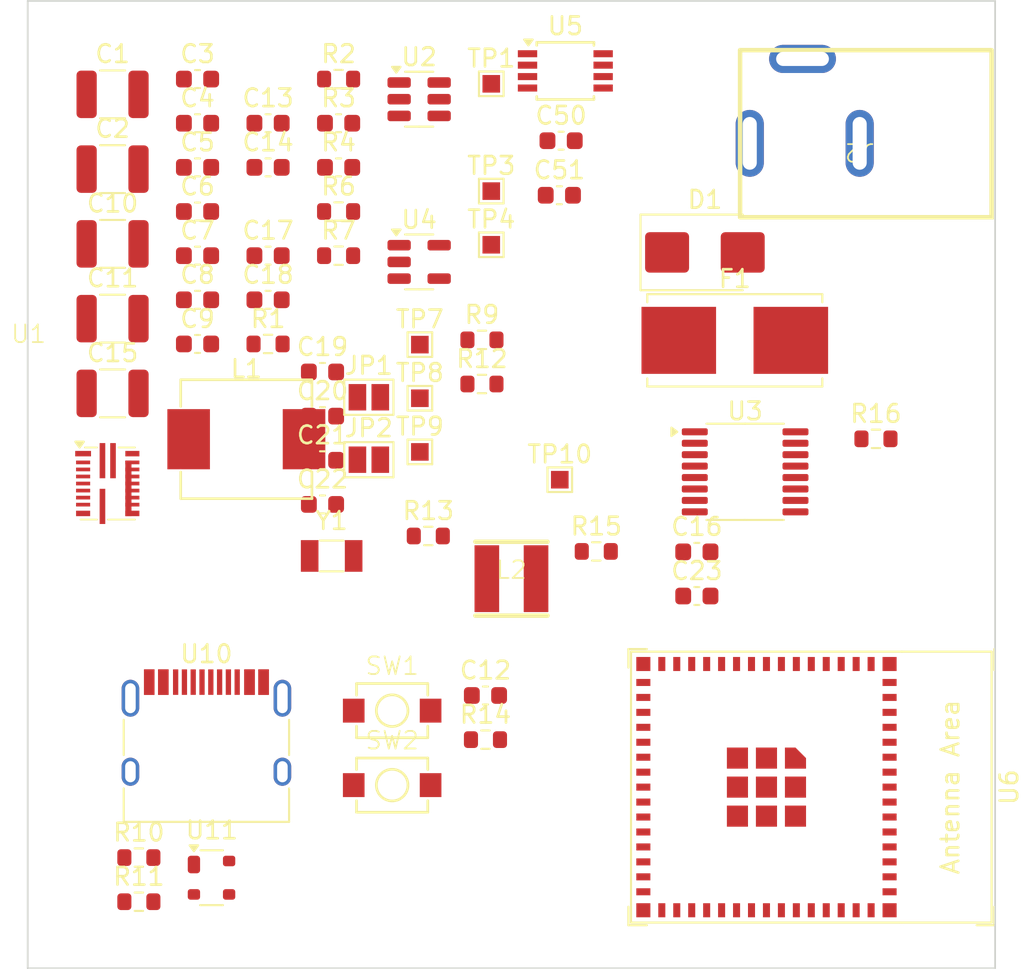
<source format=kicad_pcb>
(kicad_pcb (version 20240108) (generator "pcbnew") (generator_version "8.0")
  (layers (0 "F.Cu" signal) (31 "B.Cu" signal) (34 "B.Paste" user) (35 "F.Paste" user) (36 "B.SilkS" user "B.Silkscreen") (37 "F.SilkS" user "F.Silkscreen") (38 "B.Mask" user) (39 "F.Mask" user) (44 "Edge.Cuts" user))
  (net 0 "")
  (net 1 "/Power/+12V")
  (net 2 "GND")
  (net 3 "Net-(U1-VCC)")
  (net 4 "Net-(U1-SS{slash}REFIN)")
  (net 5 "Net-(U1-BOOT)")
  (net 6 "Net-(U1-SW)")
  (net 7 "Net-(JP1-A)")
  (net 8 "Net-(U2-SW)")
  (net 9 "Net-(U2-BOOT)")
  (net 10 "Net-(U2-FB)")
  (net 11 "Net-(JP2-B)")
  (net 12 "/MPU/XIN32")
  (net 13 "/MPU/XOUT32")
  (net 14 "Net-(U1-MODE)")
  (net 15 "Net-(U1-TRIP)")
  (net 16 "Net-(U1-FB)")
  (net 17 "/Power/Enable")
  (net 19 "/Power/+0V8")
  (net 20 "/IO/+1V2")
  (net 21 "/MPU/+3v3")
  (net 22 "/MPU/+1V2")
  (net 24 "/IO/RX")
  (net 25 "/IO/TX")
  (net 26 "/IO/RO")
  (net 27 "/IO/RST_N")
  (net 28 "/IO/RST")
  (net 29 "/IO/CI")
  (net 30 "/MPU/TX")
  (net 31 "/MPU/RST")
  (net 32 "/MPU/RX")
  (net 36 "/MPU/SCL")
  (net 40 "Net-(U10-CC2)")
  (net 42 "/MPU/SDA")
  (net 51 "/MPU/PGOOD")
  (net 56 "Net-(U10-CC1)")
  (net 58 "/MPU/Enable")
  (net 59 "Net-(U6-EN)")
  (net 62 "Net-(U6-GPIO0{slash}BOOT)")
  (net 67 "/IO/+3V3")
  (net 68 "/IO/FAN_PWM")
  (net 69 "/IO/TEMP_P")
  (net 70 "/IO/TEMP_N")
  (net 71 "/IO/SCL")
  (net 72 "/IO/FAN_TACH")
  (net 73 "/IO/SDA")
  (net 74 "Net-(F1-Pad1)")
  (net 75 "/MPU/USB-")
  (net 76 "/MPU/USB+")
  (net 77 "Net-(U6-GPIO2{slash}TOUCH2{slash}ADC1_CH1)")
  (net 78 "Net-(U10-VBUS-PadA4)")
  (footprint "TestPoint:TestPoint_Pad_1.0x1.0mm" (layer "F.Cu") (at 117.455 66.215)
    (property "Reference" "TP1" (at 0 -1.448 0) (layer "F.SilkS"))
    (property "Value" "+1.2V")
    (pad "1" smd rect (at 0 0) (size 1 1) (layers "F.Cu" "F.Mask") (net 7 "Net-(JP1-A)"))
  )
  (footprint "Package_TO_SOT_SMD:SOT-23-6" (layer "F.Cu") (at 113.355 67.09)
    (property "Reference" "U2" (at 0 -2.4 0) (layer "F.SilkS"))
    (property "Value" "TPS54202DDC")
    (pad "1" smd roundrect (at -1.1375 -0.95) (size 1.325 0.6) (layers "F.Cu" "F.Paste" "F.Mask") (net 2 "GND"))
    (pad "2" smd roundrect (at -1.1375 0) (size 1.325 0.6) (layers "F.Cu" "F.Paste" "F.Mask") (net 8 "Net-(U2-SW)"))
    (pad "3" smd roundrect (at -1.1375 0.95) (size 1.325 0.6) (layers "F.Cu" "F.Paste" "F.Mask") (net 1 "/Power/+12V"))
    (pad "4" smd roundrect (at 1.1375 0.95) (size 1.325 0.6) (layers "F.Cu" "F.Paste" "F.Mask") (net 10 "Net-(U2-FB)"))
    (pad "5" smd roundrect (at 1.1375 0) (size 1.325 0.6) (layers "F.Cu" "F.Paste" "F.Mask"))
    (pad "6" smd roundrect (at 1.1375 -0.95) (size 1.325 0.6) (layers "F.Cu" "F.Paste" "F.Mask") (net 9 "Net-(U2-BOOT)"))
  )
  (footprint "Resistor_SMD:R_0603_1608Metric" (layer "F.Cu") (at 108.775 73.475)
    (property "Reference" "R6" (at 0 -1.43 0) (layer "F.SilkS"))
    (property "Value" "10.7k/1%")
    (pad "1" smd roundrect (at -0.825 0) (size 0.8 0.95) (layers "F.Cu" "F.Paste" "F.Mask") (net 7 "Net-(JP1-A)"))
    (pad "2" smd roundrect (at 0.825 0) (size 0.8 0.95) (layers "F.Cu" "F.Paste" "F.Mask") (net 16 "Net-(U1-FB)"))
  )
  (footprint "Resistor_SMD:R_0603_1608Metric" (layer "F.Cu") (at 117.125 103.5)
    (property "Reference" "R14" (at 0 -1.43 0) (layer "F.SilkS"))
    (property "Value" "4.7k")
    (pad "1" smd roundrect (at -0.825 0) (size 0.8 0.95) (layers "F.Cu" "F.Paste" "F.Mask") (net 59 "Net-(U6-EN)"))
    (pad "2" smd roundrect (at 0.825 0) (size 0.8 0.95) (layers "F.Cu" "F.Paste" "F.Mask") (net 21 "/MPU/+3v3"))
  )
  (footprint "Power_BK:TPS548A28" (layer "F.Cu") (at 95.65 88.94)
    (property "Reference" "U1" (at -4.5 -8.5 0) (layer "F.SilkS") (effects (font (thickness 0.1))))
    (property "Value" "TPS548A28")
    (pad "1" smd rect (at -1.4 -1.7) (size 0.9 0.31) (layers "F.Cu" "F.Paste" "F.Mask") (net 5 "Net-(U1-BOOT)"))
    (pad "2" smd rect (at -1.4 -1.2) (size 0.8 0.21) (layers "F.Cu" "F.Paste" "F.Mask") (net 2 "GND"))
    (pad "3" smd rect (at -1.4 -0.8) (size 0.8 0.21) (layers "F.Cu" "F.Paste" "F.Mask") (net 15 "Net-(U1-TRIP)"))
    (pad "4" smd rect (at -1.4 -0.4) (size 0.8 0.21) (layers "F.Cu" "F.Paste" "F.Mask") (net 14 "Net-(U1-MODE)"))
    (pad "5" smd rect (at -1.4 0) (size 0.8 0.21) (layers "F.Cu" "F.Paste" "F.Mask") (net 4 "Net-(U1-SS{slash}REFIN)"))
    (pad "6" smd rect (at -1.4 0.4) (size 0.8 0.21) (layers "F.Cu" "F.Paste" "F.Mask") (net 2 "GND"))
    (pad "7" smd rect (at -1.4 0.8) (size 0.8 0.21) (layers "F.Cu" "F.Paste" "F.Mask") (net 16 "Net-(U1-FB)"))
    (pad "8" smd rect (at -1.4 1.2) (size 0.8 0.21) (layers "F.Cu" "F.Paste" "F.Mask") (net 17 "/Power/Enable"))
    (pad "8" smd rect (at -1.4 1.7) (size 0.8 0.31) (layers "F.Cu" "F.Paste" "F.Mask") (net 17 "/Power/Enable"))
    (pad "10" smd rect (at -0.3 1.3) (size 0.32 2) (layers "F.Cu" "F.Paste" "F.Mask") (net 1 "/Power/+12V"))
    (pad "11" smd rect (at 1.175 0.275) (size 0.35 3.15) (layers "F.Cu" "F.Paste" "F.Mask") (net 2 "GND"))
    (pad "11" smd rect (at 1.4 -1.2) (size 0.8 0.21) (layers "F.Cu" "F.Paste" "F.Mask") (net 2 "GND"))
    (pad "11" smd rect (at 1.4 -0.8) (size 0.8 0.21) (layers "F.Cu" "F.Paste" "F.Mask") (net 2 "GND"))
    (pad "11" smd rect (at 1.4 -0.4) (size 0.8 0.21) (layers "F.Cu" "F.Paste" "F.Mask") (net 2 "GND"))
    (pad "11" smd rect (at 1.4 0) (size 0.8 0.21) (layers "F.Cu" "F.Paste" "F.Mask") (net 2 "GND"))
    (pad "11" smd rect (at 1.4 0.4) (size 0.8 0.21) (layers "F.Cu" "F.Paste" "F.Mask") (net 2 "GND"))
    (pad "11" smd rect (at 1.4 0.8) (size 0.8 0.21) (layers "F.Cu" "F.Paste" "F.Mask") (net 2 "GND"))
    (pad "11" smd rect (at 1.4 1.2) (size 0.8 0.21) (layers "F.Cu" "F.Paste" "F.Mask") (net 2 "GND"))
    (pad "11" smd rect (at 1.4 1.7) (size 0.8 0.31) (layers "F.Cu" "F.Paste" "F.Mask") (net 2 "GND"))
    (pad "19" smd rect (at 1.4 -1.7) (size 0.8 0.31) (layers "F.Cu" "F.Paste" "F.Mask") (net 3 "Net-(U1-VCC)"))
    (pad "21" smd rect (at -0.3 -1.3) (size 0.32 2) (layers "F.Cu" "F.Paste" "F.Mask") (net 1 "/Power/+12V"))
    (pad "21" smd rect (at 0.3 -1.3) (size 0.32 2) (layers "F.Cu" "F.Paste" "F.Mask") (net 1 "/Power/+12V"))
  )
  (footprint "Resistor_SMD:R_0603_1608Metric" (layer "F.Cu") (at 108.775 75.985)
    (property "Reference" "R7" (at 0 -1.43 0) (layer "F.SilkS"))
    (property "Value" "10k/1%")
    (pad "1" smd roundrect (at -0.825 0) (size 0.8 0.95) (layers "F.Cu" "F.Paste" "F.Mask") (net 16 "Net-(U1-FB)"))
    (pad "2" smd roundrect (at 0.825 0) (size 0.8 0.95) (layers "F.Cu" "F.Paste" "F.Mask") (net 2 "GND"))
  )
  (footprint "Capacitor_SMD:C_0603_1608Metric" (layer "F.Cu") (at 108.775 70.965)
    (property "Reference" "R4" (at 0 -1.43 0) (layer "F.SilkS"))
    (property "Value" "4.02k/1%")
    (pad "1" smd roundrect (at -0.775 0) (size 0.9 0.95) (layers "F.Cu" "F.Paste" "F.Mask") (net 15 "Net-(U1-TRIP)"))
    (pad "2" smd roundrect (at 0.775 0) (size 0.9 0.95) (layers "F.Cu" "F.Paste" "F.Mask") (net 2 "GND"))
  )
  (footprint "Connector_USB:USB_C_Receptacle_HRO_TYPE-C-31-M-12" (layer "F.Cu") (at 101.26 104.275)
    (property "Reference" "U10" (at 0 -5.645 0) (layer "F.SilkS"))
    (property "Value" "USB Type C")
    (pad "" np_thru_hole circle (at -2.89 -2.6) (size 0.65 0.65) (drill 0.65) (layers "*.Cu" "*.Mask"))
    (pad "" np_thru_hole circle (at 2.89 -2.6) (size 0.65 0.65) (drill 0.65) (layers "*.Cu" "*.Mask"))
    (pad "A1" smd rect (at -3.25 -4.045) (size 0.6 1.45) (layers "F.Cu" "F.Paste" "F.Mask") (net 2 "GND"))
    (pad "A4" smd rect (at -2.45 -4.045) (size 0.6 1.45) (layers "F.Cu" "F.Paste" "F.Mask") (net 78 "Net-(U10-VBUS-PadA4)"))
    (pad "A5" smd rect (at -1.25 -4.045) (size 0.3 1.45) (layers "F.Cu" "F.Paste" "F.Mask") (net 56 "Net-(U10-CC1)"))
    (pad "A6" smd rect (at -0.25 -4.045) (size 0.3 1.45) (layers "F.Cu" "F.Paste" "F.Mask") (net 76 "/MPU/USB+"))
    (pad "A7" smd rect (at 0.25 -4.045) (size 0.3 1.45) (layers "F.Cu" "F.Paste" "F.Mask") (net 75 "/MPU/USB-"))
    (pad "A8" smd rect (at 1.25 -4.045) (size 0.3 1.45) (layers "F.Cu" "F.Paste" "F.Mask"))
    (pad "A9" smd rect (at 2.45 -4.045) (size 0.6 1.45) (layers "F.Cu" "F.Paste" "F.Mask") (net 78 "Net-(U10-VBUS-PadA4)"))
    (pad "A12" smd rect (at 3.25 -4.045) (size 0.6 1.45) (layers "F.Cu" "F.Paste" "F.Mask") (net 2 "GND"))
    (pad "B1" smd rect (at 3.25 -4.045) (size 0.6 1.45) (layers "F.Cu" "F.Paste" "F.Mask") (net 2 "GND"))
    (pad "B4" smd rect (at 2.45 -4.045) (size 0.6 1.45) (layers "F.Cu" "F.Paste" "F.Mask") (net 78 "Net-(U10-VBUS-PadA4)"))
    (pad "B5" smd rect (at 1.75 -4.045) (size 0.3 1.45) (layers "F.Cu" "F.Paste" "F.Mask") (net 40 "Net-(U10-CC2)"))
    (pad "B6" smd rect (at 0.75 -4.045) (size 0.3 1.45) (layers "F.Cu" "F.Paste" "F.Mask") (net 76 "/MPU/USB+"))
    (pad "B7" smd rect (at -0.75 -4.045) (size 0.3 1.45) (layers "F.Cu" "F.Paste" "F.Mask") (net 75 "/MPU/USB-"))
    (pad "B8" smd rect (at -1.75 -4.045) (size 0.3 1.45) (layers "F.Cu" "F.Paste" "F.Mask"))
    (pad "B9" smd rect (at -2.45 -4.045) (size 0.6 1.45) (layers "F.Cu" "F.Paste" "F.Mask") (net 78 "Net-(U10-VBUS-PadA4)"))
    (pad "B12" smd rect (at -3.25 -4.045) (size 0.6 1.45) (layers "F.Cu" "F.Paste" "F.Mask") (net 2 "GND"))
    (pad "S1" thru_hole oval (at -4.32 -3.13) (size 1 2.1) (drill oval 0.6 1.7) (layers "*.Cu" "*.Mask") (net 2 "GND"))
    (pad "S1" thru_hole oval (at -4.32 1.05) (size 1 1.6) (drill oval 0.6 1.2) (layers "*.Cu" "*.Mask") (net 2 "GND"))
    (pad "S1" thru_hole oval (at 4.32 -3.13) (size 1 2.1) (drill oval 0.6 1.7) (layers "*.Cu" "*.Mask") (net 2 "GND"))
    (pad "S1" thru_hole oval (at 4.32 1.05) (size 1 1.6) (drill oval 0.6 1.2) (layers "*.Cu" "*.Mask") (net 2 "GND"))
  )
  (footprint "Capacitor_SMD:C_0603_1608Metric" (layer "F.Cu") (at 117.125 100.99)
    (property "Reference" "C12" (at 0 -1.43 0) (layer "F.SilkS"))
    (property "Value" "1uF")
    (pad "1" smd roundrect (at -0.775 0) (size 0.9 0.95) (layers "F.Cu" "F.Paste" "F.Mask") (net 59 "Net-(U6-EN)"))
    (pad "2" smd roundrect (at 0.775 0) (size 0.9 0.95) (layers "F.Cu" "F.Paste" "F.Mask") (net 2 "GND"))
  )
  (footprint "Capacitor_SMD:C_0603_1608Metric" (layer "F.Cu") (at 107.86 90.127)
    (property "Reference" "C22" (at 0 -1.43 0) (layer "F.SilkS"))
    (property "Value" "100nF")
    (pad "1" smd roundrect (at -0.775 0) (size 0.9 0.95) (layers "F.Cu" "F.Paste" "F.Mask") (net 2 "GND"))
    (pad "2" smd roundrect (at 0.775 0) (size 0.9 0.95) (layers "F.Cu" "F.Paste" "F.Mask") (net 21 "/MPU/+3v3"))
  )
  (footprint "Resistor_SMD:R_0603_1608Metric" (layer "F.Cu") (at 97.42 110.205)
    (property "Reference" "R10" (at 0 -1.43 0) (layer "F.SilkS"))
    (property "Value" "5.1K")
    (pad "1" smd roundrect (at -0.825 0) (size 0.8 0.95) (layers "F.Cu" "F.Paste" "F.Mask") (net 2 "GND"))
    (pad "2" smd roundrect (at 0.825 0) (size 0.8 0.95) (layers "F.Cu" "F.Paste" "F.Mask") (net 40 "Net-(U10-CC2)"))
  )
  (footprint "Capacitor_SMD:C_1210_3225Metric" (layer "F.Cu") (at 95.925 66.815)
    (property "Reference" "C1" (at 0 -2.3 0) (layer "F.SilkS"))
    (property "Value" "22uF")
    (pad "1" smd roundrect (at -1.475 0) (size 1.15 2.7) (layers "F.Cu" "F.Paste" "F.Mask") (roundrect_rratio 0.217391) (net 1 "/Power/+12V"))
    (pad "2" smd roundrect (at 1.475 0) (size 1.15 2.7) (layers "F.Cu" "F.Paste" "F.Mask") (roundrect_rratio 0.217391) (net 2 "GND"))
  )
  (footprint "Connector_BK:54-00167" (layer "F.Cu") (at 138.4 69.6 180)
    (property "Reference" "J2" (at 0 -0.5 180) (layer "F.SilkS") (effects (font (thickness 0.1))))
    (property "Value" "54-00167")
    (pad "1" thru_hole oval (at 6.25 0 180) (size 1.6 3.8) (drill oval 0.8 3) (layers "*.Cu" "*.Mask") (net 74 "Net-(F1-Pad1)"))
    (pad "2" thru_hole oval (at 0 0 180) (size 1.6 3.8) (drill oval 0.8 3) (layers "*.Cu" "*.Mask") (net 2 "GND"))
    (pad "3" thru_hole oval (at 3.25 4.8 270) (size 1.6 3.8) (drill oval 0.8 3) (layers "*.Cu" "*.Mask") (net 2 "GND"))
  )
  (footprint "Resistor_SMD:R_0603_1608Metric" (layer "F.Cu") (at 139.325 86.4)
    (property "Reference" "R16" (at 0 -1.43 0) (layer "F.SilkS"))
    (property "Value" "4.7k")
    (pad "1" smd roundrect (at -0.825 0) (size 0.8 0.95) (layers "F.Cu" "F.Paste" "F.Mask") (net 77 "Net-(U6-GPIO2{slash}TOUCH2{slash}ADC1_CH1)"))
    (pad "2" smd roundrect (at 0.825 0) (size 0.8 0.95) (layers "F.Cu" "F.Paste" "F.Mask") (net 22 "/MPU/+1V2"))
  )
  (footprint "Resistor_SMD:R_0603_1608Metric" (layer "F.Cu") (at 116.925 83.282)
    (property "Reference" "R12" (at 0 -1.43 0) (layer "F.SilkS"))
    (property "Value" "4.7k")
    (pad "1" smd roundrect (at -0.825 0) (size 0.8 0.95) (layers "F.Cu" "F.Paste" "F.Mask") (net 72 "/IO/FAN_TACH"))
    (pad "2" smd roundrect (at 0.825 0) (size 0.8 0.95) (layers "F.Cu" "F.Paste" "F.Mask") (net 67 "/IO/+3V3"))
  )
  (footprint "Package_TO_SOT_SMD:SOT-143" (layer "F.Cu") (at 101.55 111.35)
    (property "Reference" "U11" (at 0.02 -2.7 0) (layer "F.SilkS"))
    (property "Value" "PRTR5V0U2X")
    (pad "1" smd roundrect (at -1 -0.75) (size 0.7 1) (layers "F.Cu" "F.Paste" "F.Mask") (net 2 "GND"))
    (pad "2" smd roundrect (at -1 0.95) (size 0.7 0.6) (layers "F.Cu" "F.Paste" "F.Mask") (net 76 "/MPU/USB+"))
    (pad "3" smd roundrect (at 1 0.95) (size 0.7 0.6) (layers "F.Cu" "F.Paste" "F.Mask") (net 75 "/MPU/USB-"))
    (pad "4" smd roundrect (at 1 -0.95) (size 0.7 0.6) (layers "F.Cu" "F.Paste" "F.Mask") (net 78 "Net-(U10-VBUS-PadA4)"))
  )
  (footprint "Capacitor_SMD:C_0603_1608Metric" (layer "F.Cu") (at 100.755 65.945)
    (property "Reference" "C3" (at 0 -1.43 0) (layer "F.SilkS"))
    (property "Value" "1uF")
    (pad "1" smd roundrect (at -0.775 0) (size 0.9 0.95) (layers "F.Cu" "F.Paste" "F.Mask") (net 1 "/Power/+12V"))
    (pad "2" smd roundrect (at 0.775 0) (size 0.9 0.95) (layers "F.Cu" "F.Paste" "F.Mask") (net 2 "GND"))
  )
  (footprint "Capacitor_SMD:C_0603_1608Metric" (layer "F.Cu") (at 104.765 75.985)
    (property "Reference" "C17" (at 0 -1.43 0) (layer "F.SilkS"))
    (property "Value" "1uF")
    (pad "1" smd roundrect (at -0.775 0) (size 0.9 0.95) (layers "F.Cu" "F.Paste" "F.Mask") (net 2 "GND"))
    (pad "2" smd roundrect (at 0.775 0) (size 0.9 0.95) (layers "F.Cu" "F.Paste" "F.Mask") (net 21 "/MPU/+3v3"))
  )
  (footprint "Capacitor_SMD:C_0603_1608Metric" (layer "F.Cu") (at 129.1425 95.335)
    (property "Reference" "C23" (at 0 -1.43 0) (layer "F.SilkS"))
    (property "Value" "100nF")
    (pad "1" smd roundrect (at -0.775 0) (size 0.9 0.95) (layers "F.Cu" "F.Paste" "F.Mask") (net 2 "GND"))
    (pad "2" smd roundrect (at 0.775 0) (size 0.9 0.95) (layers "F.Cu" "F.Paste" "F.Mask") (net 67 "/IO/+3V3"))
  )
  (footprint "Capacitor_SMD:C_1210_3225Metric" (layer "F.Cu") (at 95.925 71.065)
    (property "Reference" "C2" (at 0 -2.3 0) (layer "F.SilkS"))
    (property "Value" "22uF")
    (pad "1" smd roundrect (at -1.475 0) (size 1.15 2.7) (layers "F.Cu" "F.Paste" "F.Mask") (roundrect_rratio 0.217391) (net 1 "/Power/+12V"))
    (pad "2" smd roundrect (at 1.475 0) (size 1.15 2.7) (layers "F.Cu" "F.Paste" "F.Mask") (roundrect_rratio 0.217391) (net 2 "GND"))
  )
  (footprint "Inductor_SMD_BK:IND-SMD_L7.3-W6.6" (layer "F.Cu") (at 103.53 86.42)
    (property "Reference" "L1" (at 0 -4 0) (layer "F.SilkS"))
    (property "Value" "200nH / 23A")
    (pad "1" smd rect (at 3.28 0) (size 2.42 3.42) (layers "F.Cu" "F.Paste" "F.Mask") (net 6 "Net-(U1-SW)"))
    (pad "2" smd rect (at -3.28 0) (size 2.42 3.42) (layers "F.Cu" "F.Paste" "F.Mask") (net 7 "Net-(JP1-A)"))
  )
  (footprint "Capacitor_SMD:C_0603_1608Metric" (layer "F.Cu") (at 107.86 87.617)
    (property "Reference" "C21" (at 0 -1.43 0) (layer "F.SilkS"))
    (property "Value" "10uF")
    (pad "1" smd roundrect (at -0.775 0) (size 0.9 0.95) (layers "F.Cu" "F.Paste" "F.Mask") (net 2 "GND"))
    (pad "2" smd roundrect (at 0.775 0) (size 0.9 0.95) (layers "F.Cu" "F.Paste" "F.Mask") (net 21 "/MPU/+3v3"))
  )
  (footprint "Capacitor_SMD:C_0603_1608Metric" (layer "F.Cu") (at 100.755 81.005)
    (property "Reference" "C9" (at 0 -1.43 0) (layer "F.SilkS"))
    (property "Value" "100nF")
    (pad "1" smd roundrect (at -0.775 0) (size 0.9 0.95) (layers "F.Cu" "F.Paste" "F.Mask") (net 5 "Net-(U1-BOOT)"))
    (pad "2" smd roundrect (at 0.775 0) (size 0.9 0.95) (layers "F.Cu" "F.Paste" "F.Mask") (net 6 "Net-(U1-SW)"))
  )
  (footprint "Switch_BK:TS-1088R-02526" (layer "F.Cu") (at 111.82 106.086)
    (property "Reference" "SW2" (at 0 -2.54 0) (layer "F.SilkS") (effects (font (thickness 0.1))))
    (property "Value" "SW_Push")
    (pad "1" smd rect (at -2.185 0 90) (size 1.36 1.23) (layers "F.Cu" "F.Paste" "F.Mask") (net 2 "GND"))
    (pad "2" smd rect (at 2.185 0 90) (size 1.36 1.23) (layers "F.Cu" "F.Paste" "F.Mask") (net 59 "Net-(U6-EN)"))
  )
  (footprint "Resistor_SMD:R_0603_1608Metric" (layer "F.Cu") (at 116.925 80.772)
    (property "Reference" "R9" (at 0 -1.43 0) (layer "F.SilkS"))
    (property "Value" "4.7k")
    (pad "1" smd roundrect (at -0.825 0) (size 0.8 0.95) (layers "F.Cu" "F.Paste" "F.Mask") (net 68 "/IO/FAN_PWM"))
    (pad "2" smd roundrect (at 0.825 0) (size 0.8 0.95) (layers "F.Cu" "F.Paste" "F.Mask") (net 67 "/IO/+3V3"))
  )
  (footprint "Jumper:SolderJumper-2_P1.3mm_Open_Pad1.0x1.5mm" (layer "F.Cu") (at 110.495 84.035)
    (property "Reference" "JP1" (at 0 -1.8 0) (layer "F.SilkS"))
    (property "Value" "~")
    (pad "1" smd rect (at -0.65 0) (size 1 1.5) (layers "F.Cu" "F.Mask") (net 7 "Net-(JP1-A)"))
    (pad "2" smd rect (at 0.65 0) (size 1 1.5) (layers "F.Cu" "F.Mask") (net 22 "/MPU/+1V2"))
  )
  (footprint "Capacitor_SMD:C_0603_1608Metric" (layer "F.Cu") (at 129.1425 92.825)
    (property "Reference" "C16" (at 0 -1.43 0) (layer "F.SilkS"))
    (property "Value" "100nF")
    (pad "1" smd roundrect (at -0.775 0) (size 0.9 0.95) (layers "F.Cu" "F.Paste" "F.Mask") (net 2 "GND"))
    (pad "2" smd roundrect (at 0.775 0) (size 0.9 0.95) (layers "F.Cu" "F.Paste" "F.Mask") (net 20 "/IO/+1V2"))
  )
  (footprint "Capacitor_SMD:C_1210_3225Metric" (layer "F.Cu") (at 95.925 75.315)
    (property "Reference" "C10" (at 0 -2.3 0) (layer "F.SilkS"))
    (property "Value" "100uF / 6,3V")
    (pad "1" smd roundrect (at -1.475 0) (size 1.15 2.7) (layers "F.Cu" "F.Paste" "F.Mask") (roundrect_rratio 0.217391) (net 7 "Net-(JP1-A)"))
    (pad "2" smd roundrect (at 1.475 0) (size 1.15 2.7) (layers "F.Cu" "F.Paste" "F.Mask") (roundrect_rratio 0.217391) (net 2 "GND"))
  )
  (footprint "Capacitor_SMD:C_0603_1608Metric" (layer "F.Cu") (at 107.86 85.107)
    (property "Reference" "C20" (at 0 -1.43 0) (layer "F.SilkS"))
    (property "Value" "6.8pF")
    (pad "1" smd roundrect (at -0.775 0) (size 0.9 0.95) (layers "F.Cu" "F.Paste" "F.Mask") (net 2 "GND"))
    (pad "2" smd roundrect (at 0.775 0) (size 0.9 0.95) (layers "F.Cu" "F.Paste" "F.Mask") (net 13 "/MPU/XOUT32"))
  )
  (footprint "Capacitor_SMD:C_1210_3225Metric" (layer "F.Cu") (at 95.925 83.815)
    (property "Reference" "C15" (at 0 -2.3 0) (layer "F.SilkS"))
    (property "Value" "47uF")
    (pad "1" smd roundrect (at -1.475 0) (size 1.15 2.7) (layers "F.Cu" "F.Paste" "F.Mask") (roundrect_rratio 0.217391) (net 2 "GND"))
    (pad "2" smd roundrect (at 1.475 0) (size 1.15 2.7) (layers "F.Cu" "F.Paste" "F.Mask") (roundrect_rratio 0.217391) (net 11 "Net-(JP2-B)"))
  )
  (footprint "Capacitor_SMD:C_0603_1608Metric" (layer "F.Cu") (at 100.755 68.455)
    (property "Reference" "C4" (at 0 -1.43 0) (layer "F.SilkS"))
    (property "Value" "1uF")
    (pad "1" smd roundrect (at -0.775 0) (size 0.9 0.95) (layers "F.Cu" "F.Paste" "F.Mask") (net 1 "/Power/+12V"))
    (pad "2" smd roundrect (at 0.775 0) (size 0.9 0.95) (layers "F.Cu" "F.Paste" "F.Mask") (net 2 "GND"))
  )
  (footprint "Resistor_SMD:R_0603_1608Metric" (layer "F.Cu") (at 113.875 91.922)
    (property "Reference" "R13" (at 0 -1.43 0) (layer "F.SilkS"))
    (property "Value" "4.7k")
    (pad "1" smd roundrect (at -0.825 0) (size 0.8 0.95) (layers "F.Cu" "F.Paste" "F.Mask") (net 51 "/MPU/PGOOD"))
    (pad "2" smd roundrect (at 0.825 0) (size 0.8 0.95) (layers "F.Cu" "F.Paste" "F.Mask") (net 21 "/MPU/+3v3"))
  )
  (footprint "Capacitor_SMD:C_0603_1608Metric" (layer "F.Cu") (at 121.425 69.45)
    (property "Reference" "C50" (at 0 -1.43 0) (layer "F.SilkS"))
    (property "Value" "100nF")
    (pad "1" smd roundrect (at -0.775 0) (size 0.9 0.95) (layers "F.Cu" "F.Paste" "F.Mask") (net 2 "GND"))
    (pad "2" smd roundrect (at 0.775 0) (size 0.9 0.95) (layers "F.Cu" "F.Paste" "F.Mask") (net 67 "/IO/+3V3"))
  )
  (footprint "Capacitor_SMD:C_0603_1608Metric" (layer "F.Cu") (at 100.755 75.985)
    (property "Reference" "C7" (at 0 -1.43 0) (layer "F.SilkS"))
    (property "Value" "2.2uF")
    (pad "1" smd roundrect (at -0.775 0) (size 0.9 0.95) (layers "F.Cu" "F.Paste" "F.Mask") (net 3 "Net-(U1-VCC)"))
    (pad "2" smd roundrect (at 0.775 0) (size 0.9 0.95) (layers "F.Cu" "F.Paste" "F.Mask") (net 2 "GND"))
  )
  (footprint "Capacitor_SMD:C_0603_1608Metric" (layer "F.Cu") (at 100.755 70.965)
    (property "Reference" "C5" (at 0 -1.43 0) (layer "F.SilkS"))
    (property "Value" "1uF")
    (pad "1" smd roundrect (at -0.775 0) (size 0.9 0.95) (layers "F.Cu" "F.Paste" "F.Mask") (net 1 "/Power/+12V"))
    (pad "2" smd roundrect (at 0.775 0) (size 0.9 0.95) (layers "F.Cu" "F.Paste" "F.Mask") (net 2 "GND"))
  )
  (footprint "Capacitor_SMD:C_1210_3225Metric" (layer "F.Cu") (at 95.925 79.565)
    (property "Reference" "C11" (at 0 -2.3 0) (layer "F.SilkS"))
    (property "Value" "100uF / 6,3V")
    (pad "1" smd roundrect (at -1.475 0) (size 1.15 2.7) (layers "F.Cu" "F.Paste" "F.Mask") (roundrect_rratio 0.217391) (net 7 "Net-(JP1-A)"))
    (pad "2" smd roundrect (at 1.475 0) (size 1.15 2.7) (layers "F.Cu" "F.Paste" "F.Mask") (roundrect_rratio 0.217391) (net 2 "GND"))
  )
  (footprint "Capacitor_SMD:C_0603_1608Metric" (layer "F.Cu") (at 104.765 70.965)
    (property "Reference" "C14" (at 0 -1.43 0) (layer "F.SilkS"))
    (property "Value" "47pF")
    (pad "1" smd roundrect (at -0.775 0) (size 0.9 0.95) (layers "F.Cu" "F.Paste" "F.Mask") (net 10 "Net-(U2-FB)"))
    (pad "2" smd roundrect (at 0.775 0) (size 0.9 0.95) (layers "F.Cu" "F.Paste" "F.Mask") (net 11 "Net-(JP2-B)"))
  )
  (footprint "Resistor_SMD:R_0603_1608Metric" (layer "F.Cu") (at 123.425 92.8)
    (property "Reference" "R15" (at 0 -1.43 0) (layer "F.SilkS"))
    (property "Value" "4.7k")
    (pad "1" smd roundrect (at -0.825 0) (size 0.8 0.95) (layers "F.Cu" "F.Paste" "F.Mask") (net 2 "GND"))
    (pad "2" smd roundrect (at 0.825 0) (size 0.8 0.95) (layers "F.Cu" "F.Paste" "F.Mask") (net 58 "/MPU/Enable"))
  )
  (footprint "TestPoint:TestPoint_Pad_1.0x1.0mm" (layer "F.Cu") (at 113.395 87.142)
    (property "Reference" "TP9" (at 0 -1.448 0) (layer "F.SilkS"))
    (property "Value" "FAN_PWM")
    (pad "1" smd rect (at 0 0) (size 1 1) (layers "F.Cu" "F.Mask") (net 68 "/IO/FAN_PWM"))
  )
  (footprint "Resistor_SMD:R_0603_1608Metric" (layer "F.Cu") (at 108.775 65.945)
    (property "Reference" "R2" (at 0 -1.43 0) (layer "F.SilkS"))
    (property "Value" "22.1k/1%")
    (pad "1" smd roundrect (at -0.825 0) (size 0.8 0.95) (layers "F.Cu" "F.Paste" "F.Mask") (net 10 "Net-(U2-FB)"))
    (pad "2" smd roundrect (at 0.825 0) (size 0.8 0.95) (layers "F.Cu" "F.Paste" "F.Mask") (net 2 "GND"))
  )
  (footprint "Capacitor_SMD:C_0603_1608Metric" (layer "F.Cu") (at 121.325 72.55)
    (property "Reference" "C51" (at 0 -1.43 0) (layer "F.SilkS"))
    (property "Value" "470pF")
    (pad "1" smd roundrect (at -0.775 0) (size 0.9 0.95) (layers "F.Cu" "F.Paste" "F.Mask") (net 70 "/IO/TEMP_N"))
    (pad "2" smd roundrect (at 0.775 0) (size 0.9 0.95) (layers "F.Cu" "F.Paste" "F.Mask") (net 69 "/IO/TEMP_P"))
  )
  (footprint "Capacitor_SMD:C_0603_1608Metric" (layer "F.Cu") (at 100.755 78.495)
    (property "Reference" "C8" (at 0 -1.43 0) (layer "F.SilkS"))
    (property "Value" "120nF")
    (pad "1" smd roundrect (at -0.775 0) (size 0.9 0.95) (layers "F.Cu" "F.Paste" "F.Mask") (net 4 "Net-(U1-SS{slash}REFIN)"))
    (pad "2" smd roundrect (at 0.775 0) (size 0.9 0.95) (layers "F.Cu" "F.Paste" "F.Mask") (net 2 "GND"))
  )
  (footprint "Inductor_SMD_BK:IND-SMD_L4.1-W4.1" (layer "F.Cu") (at 118.6 94.35)
    (property "Reference" "L2" (at 0 -0.5 0) (layer "F.SilkS") (effects (font (thickness 0.1))))
    (property "Value" "6.8uH")
    (pad "1" smd rect (at -1.397 0) (size 1.4 3.8) (layers "F.Cu" "F.Paste" "F.Mask") (net 8 "Net-(U2-SW)"))
    (pad "2" smd rect (at 1.4 0) (size 1.4 3.8) (layers "F.Cu" "F.Paste" "F.Mask") (net 11 "Net-(JP2-B)"))
  )
  (footprint "Espressif:ESP32-S3-MINI-1" (layer "F.Cu") (at 133.1 106.2 -90)
    (property "Reference" "U6" (at 0 -13.8 90) (layer "F.SilkS"))
    (property "Value" "ESP32-S3-MINI-1")
    (fp_text user "Antenna Area" (at 0 -10.45 90) (layer "F.SilkS"))
    (pad "1" smd rect (at -7 -5.95) (size 0.4 0.8) (layers "F.Cu" "F.Paste" "F.Mask") (net 2 "GND"))
    (pad "2" smd rect (at -7 -5.1) (size 0.4 0.8) (layers "F.Cu" "F.Paste" "F.Mask") (net 2 "GND"))
    (pad "3" smd rect (at -7 -4.25) (size 0.4 0.8) (layers "F.Cu" "F.Paste" "F.Mask") (net 21 "/MPU/+3v3"))
    (pad "4" smd rect (at -7 -3.4) (size 0.4 0.8) (layers "F.Cu" "F.Paste" "F.Mask") (net 62 "Net-(U6-GPIO0{slash}BOOT)"))
    (pad "5" smd rect (at -7 -2.55) (size 0.4 0.8) (layers "F.Cu" "F.Paste" "F.Mask") (net 31 "/MPU/RST"))
    (pad "6" smd rect (at -7 -1.7) (size 0.4 0.8) (layers "F.Cu" "F.Paste" "F.Mask") (net 77 "Net-(U6-GPIO2{slash}TOUCH2{slash}ADC1_CH1)"))
    (pad "7" smd rect (at -7 -0.85) (size 0.4 0.8) (layers "F.Cu" "F.Paste" "F.Mask"))
    (pad "8" smd rect (at -7 0) (size 0.4 0.8) (layers "F.Cu" "F.Paste" "F.Mask"))
    (pad "9" smd rect (at -7 0.85) (size 0.4 0.8) (layers "F.Cu" "F.Paste" "F.Mask"))
    (pad "10" smd rect (at -7 1.7) (size 0.4 0.8) (layers "F.Cu" "F.Paste" "F.Mask"))
    (pad "11" smd rect (at -7 2.55) (size 0.4 0.8) (layers "F.Cu" "F.Paste" "F.Mask"))
    (pad "12" smd rect (at -7 3.4) (size 0.4 0.8) (layers "F.Cu" "F.Paste" "F.Mask"))
    (pad "13" smd rect (at -7 4.25) (size 0.4 0.8) (layers "F.Cu" "F.Paste" "F.Mask"))
    (pad "14" smd rect (at -7 5.1) (size 0.4 0.8) (layers "F.Cu" "F.Paste" "F.Mask") (net 58 "/MPU/Enable"))
    (pad "15" smd rect (at -7 5.95) (size 0.4 0.8) (layers "F.Cu" "F.Paste" "F.Mask") (net 51 "/MPU/PGOOD"))
    (pad "16" smd rect (at -5.95 7 270) (size 0.4 0.8) (layers "F.Cu" "F.Paste" "F.Mask"))
    (pad "17" smd rect (at -5.1 7 270) (size 0.4 0.8) (layers "F.Cu" "F.Paste" "F.Mask"))
    (pad "18" smd rect (at -4.25 7 270) (size 0.4 0.8) (layers "F.Cu" "F.Paste" "F.Mask"))
    (pad "19" smd rect (at -3.4 7 270) (size 0.4 0.8) (layers "F.Cu" "F.Paste" "F.Mask") (net 12 "/MPU/XIN32"))
    (pad "20" smd rect (at -2.55 7 270) (size 0.4 0.8) (layers "F.Cu" "F.Paste" "F.Mask") (net 13 "/MPU/XOUT32"))
    (pad "21" smd rect (at -1.7 7 270) (size 0.4 0.8) (layers "F.Cu" "F.Paste" "F.Mask") (net 30 "/MPU/TX"))
    (pad "22" smd rect (at -0.85 7 270) (size 0.4 0.8) (layers "F.Cu" "F.Paste" "F.Mask") (net 32 "/MPU/RX"))
    (pad "23" smd rect (at 0 7 270) (size 0.4 0.8) (layers "F.Cu" "F.Paste" "F.Mask") (net 75 "/MPU/USB-"))
    (pad "24" smd rect (at 0.85 7 270) (size 0.4 0.8) (layers "F.Cu" "F.Paste" "F.Mask") (net 76 "/MPU/USB+"))
    (pad "25" smd rect (at 1.7 7 270) (size 0.4 0.8) (layers "F.Cu" "F.Paste" "F.Mask"))
    (pad "26" smd rect (at 2.55 7 270) (size 0.4 0.8) (layers "F.Cu" "F.Paste" "F.Mask"))
    (pad "27" smd rect (at 3.4 7 270) (size 0.4 0.8) (layers "F.Cu" "F.Paste" "F.Mask") (net 42 "/MPU/SDA"))
    (pad "28" smd rect (at 4.25 7 270) (size 0.4 0.8) (layers "F.Cu" "F.Paste" "F.Mask"))
    (pad "29" smd rect (at 5.1 7 270) (size 0.4 0.8) (layers "F.Cu" "F.Paste" "F.Mask"))
    (pad "30" smd rect (at 5.95 7 270) (size 0.4 0.8) (layers "F.Cu" "F.Paste" "F.Mask") (net 36 "/MPU/SCL"))
    (pad "31" smd rect (at 7 5.95) (size 0.4 0.8) (layers "F.Cu" "F.Paste" "F.Mask"))
    (pad "32" smd rect (at 7 5.1) (size 0.4 0.8) (layers "F.Cu" "F.Paste" "F.Mask"))
    (pad "33" smd rect (at 7 4.25) (size 0.4 0.8) (layers "F.Cu" "F.Paste" "F.Mask"))
    (pad "34" smd rect (at 7 3.4) (size 0.4 0.8) (layers "F.Cu" "F.Paste" "F.Mask"))
    (pad "35" smd rect (at 7 2.55) (size 0.4 0.8) (layers "F.Cu" "F.Paste" "F.Mask"))
    (pad "36" smd rect (at 7 1.7) (size 0.4 0.8) (layers "F.Cu" "F.Paste" "F.Mask"))
    (pad "37" smd rect (at 7 0.85) (size 0.4 0.8) (layers "F.Cu" "F.Paste" "F.Mask"))
    (pad "38" smd rect (at 7 0) (size 0.4 0.8) (layers "F.Cu" "F.Paste" "F.Mask"))
    (pad "39" smd rect (at 7 -0.85) (size 0.4 0.8) (layers "F.Cu" "F.Paste" "F.Mask"))
    (pad "40" smd rect (at 7 -1.7) (size 0.4 0.8) (layers "F.Cu" "F.Paste" "F.Mask"))
    (pad "41" smd rect (at 7 -2.55) (size 0.4 0.8) (layers "F.Cu" "F.Paste" "F.Mask"))
    (pad "42" smd rect (at 7 -3.4) (size 0.4 0.8) (layers "F.Cu" "F.Paste" "F.Mask") (net 2 "GND"))
    (pad "43" smd rect (at 7 -4.25) (size 0.4 0.8) (layers "F.Cu" "F.Paste" "F.Mask") (net 2 "GND"))
    (pad "44" smd rect (at 7 -5.1) (size 0.4 0.8) (layers "F.Cu" "F.Paste" "F.Mask"))
    (pad "45" smd rect (at 7 -5.95) (size 0.4 0.8) (layers "F.Cu" "F.Paste" "F.Mask") (net 59 "Net-(U6-EN)"))
    (pad "46" smd rect (at -7 -7 90) (size 0.8 0.8) (layers "F.Cu" "F.Paste" "F.Mask") (net 2 "GND"))
    (pad "46" smd rect (at -7 7 90) (size 0.8 0.8) (layers "F.Cu" "F.Paste" "F.Mask") (net 2 "GND"))
    (pad "46" smd rect (at -5.95 -7 270) (size 0.4 0.8) (layers "F.Cu" "F.Paste" "F.Mask") (net 2 "GND"))
    (pad "46" smd rect (at -5.1 -7 270) (size 0.4 0.8) (layers "F.Cu" "F.Paste" "F.Mask") (net 2 "GND"))
    (pad "46" smd rect (at -4.25 -7 270) (size 0.4 0.8) (layers "F.Cu" "F.Paste" "F.Mask") (net 2 "GND"))
    (pad "46" smd rect (at -3.4 -7 270) (size 0.4 0.8) (layers "F.Cu" "F.Paste" "F.Mask") (net 2 "GND"))
    (pad "46" smd rect (at -2.55 -7 270) (size 0.4 0.8) (layers "F.Cu" "F.Paste" "F.Mask") (net 2 "GND"))
    (pad "46" smd rect (at -1.7 -7 270) (size 0.4 0.8) (layers "F.Cu" "F.Paste" "F.Mask") (net 2 "GND"))
    (pad "46" smd custom (at -1.65 -1.65 270) (size 0.6 0.6) (layers "F.Cu" "F.Paste" "F.Mask") (net 2 "GND") (options (clearance outline) (anchor rect)) (primitives (gr_poly (pts (xy 0.6 0.6) (xy -0.6 0.6) (xy -0.6 0) (xy 0 -0.6) (xy 0.6 -0.6)) (width 0) (fill yes))))
    (pad "46" smd rect (at -1.65 0 270) (size 1.2 1.2) (layers "F.Cu" "F.Paste" "F.Mask") (net 2 "GND"))
    (pad "46" smd rect (at -1.65 1.65 270) (size 1.2 1.2) (layers "F.Cu" "F.Paste" "F.Mask") (net 2 "GND"))
    (pad "46" smd rect (at -0.85 -7 270) (size 0.4 0.8) (layers "F.Cu" "F.Paste" "F.Mask") (net 2 "GND"))
    (pad "46" smd rect (at 0 -7 270) (size 0.4 0.8) (layers "F.Cu" "F.Paste" "F.Mask") (net 2 "GND"))
    (pad "46" smd rect (at 0 -1.65 270) (size 1.2 1.2) (layers "F.Cu" "F.Paste" "F.Mask") (net 2 "GND"))
    (pad "46" smd rect (at 0 0 270) (size 1.2 1.2) (layers "F.Cu" "F.Paste" "F.Mask") (net 2 "GND"))
    (pad "46" smd rect (at 0 1.65 270) (size 1.2 1.2) (layers "F.Cu" "F.Paste" "F.Mask") (net 2 "GND"))
    (pad "46" smd rect (at 0.85 -7 270) (size 0.4 0.8) (layers "F.Cu" "F.Paste" "F.Mask") (net 2 "GND"))
    (pad "46" smd rect (at 1.65 -1.65 270) (size 1.2 1.2) (layers "F.Cu" "F.Paste" "F.Mask") (net 2 "GND"))
    (pad "46" smd rect (at 1.65 0 270) (size 1.2 1.2) (layers "F.Cu" "F.Paste" "F.Mask") (net 2 "GND"))
    (pad "46" smd rect (at 1.65 1.65 270) (size 1.2 1.2) (layers "F.Cu" "F.Paste" "F.Mask") (net 2 "GND"))
    (pad "46" smd rect (at 1.7 -7 270) (size 0.4 0.8) (layers "F.Cu" "F.Paste" "F.Mask") (net 2 "GND"))
    (pad "46" smd rect (at 2.55 -7 270) (size 0.4 0.8) (layers "F.Cu" "F.Paste" "F.Mask") (net 2 "GND"))
    (pad "46" smd rect (at 3.4 -7 270) (size 0.4 0.8) (layers "F.Cu" "F.Paste" "F.Mask") (net 2 "GND"))
    (pad "46" smd rect (at 4.25 -7 270) (size 0.4 0.8) (layers "F.Cu" "F.Paste" "F.Mask") (net 2 "GND"))
    (pad "46" smd rect (at 5.1 -7 270) (size 0.4 0.8) (layers "F.Cu" "F.Paste" "F.Mask") (net 2 "GND"))
    (pad "46" smd rect (at 5.95 -7 270) (size 0.4 0.8) (layers "F.Cu" "F.Paste" "F.Mask") (net 2 "GND"))
    (pad "46" smd rect (at 7 -7 90) (size 0.8 0.8) (layers "F.Cu" "F.Paste" "F.Mask") (net 2 "GND"))
    (pad "46" smd rect (at 7 7 90) (size 0.8 0.8) (layers "F.Cu" "F.Paste" "F.Mask") (net 2 "GND"))
  )
  (footprint "Diode_SMD:D_SMB" (layer "F.Cu") (at 129.6 75.8)
    (property "Reference" "D1" (at 0 -3 0) (layer "F.SilkS"))
    (property "Value" "SMBJ12A")
    (pad "1" smd roundrect (at -2.15 0) (size 2.5 2.3) (layers "F.Cu" "F.Paste" "F.Mask") (roundrect_rratio 0.1086956522) (net 1 "/Power/+12V"))
    (pad "2" smd roundrect (at 2.15 0) (size 2.5 2.3) (layers "F.Cu" "F.Paste" "F.Mask") (roundrect_rratio 0.1086956522) (net 2 "GND"))
  )
  (footprint "Fuse:Fuseholder_Littelfuse_Nano2_154x" (layer "F.Cu") (at 131.3 80.8)
    (property "Reference" "F1" (at 0 -3.5 0) (layer "F.SilkS"))
    (property "Value" "2A")
    (pad "1" smd rect (at -3.185 0) (size 4.24 3.81) (layers "F.Cu" "F.Paste" "F.Mask") (net 74 "Net-(F1-Pad1)"))
    (pad "2" smd rect (at 3.185 0) (size 4.24 3.81) (layers "F.Cu" "F.Paste" "F.Mask") (net 1 "/Power/+12V"))
  )
  (footprint "Capacitor_SMD:C_0603_1608Metric" (layer "F.Cu") (at 107.86 82.597)
    (property "Reference" "C19" (at 0 -1.43 0) (layer "F.SilkS"))
    (property "Value" "6.8pF")
    (pad "1" smd roundrect (at -0.775 0) (size 0.9 0.95) (layers "F.Cu" "F.Paste" "F.Mask") (net 2 "GND"))
    (pad "2" smd roundrect (at 0.775 0) (size 0.9 0.95) (layers "F.Cu" "F.Paste" "F.Mask") (net 12 "/MPU/XIN32"))
  )
  (footprint "Capacitor_SMD:C_0603_1608Metric" (layer "F.Cu") (at 104.765 78.495)
    (property "Reference" "C18" (at 0 -1.43 0) (layer "F.SilkS"))
    (property "Value" "4.7uF")
    (pad "1" smd roundrect (at -0.775 0) (size 0.9 0.95) (layers "F.Cu" "F.Paste" "F.Mask") (net 2 "GND"))
    (pad "2" smd roundrect (at 0.775 0) (size 0.9 0.95) (layers "F.Cu" "F.Paste" "F.Mask") (net 1 "/Power/+12V"))
  )
  (footprint "Jumper:SolderJumper-2_P1.3mm_Open_Pad1.0x1.5mm" (layer "F.Cu") (at 110.495 87.585)
    (property "Reference" "JP2" (at 0 -1.8 0) (layer "F.SilkS"))
    (property "Value" "~")
    (pad "1" smd rect (at -0.65 0) (size 1 1.5) (layers "F.Cu" "F.Mask") (net 21 "/MPU/+3v3"))
    (pad "2" smd rect (at 0.65 0) (size 1 1.5) (layers "F.Cu" "F.Mask") (net 11 "Net-(JP2-B)"))
  )
  (footprint "TestPoint:TestPoint_Pad_1.0x1.0mm" (layer "F.Cu") (at 117.455 72.315)
    (property "Reference" "TP3" (at 0 -1.448 0) (layer "F.SilkS"))
    (property "Value" "+3.3V")
    (pad "1" smd rect (at 0 0) (size 1 1) (layers "F.Cu" "F.Mask") (net 11 "Net-(JP2-B)"))
  )
  (footprint "Package_SO:TSSOP-8_3x3mm_P0.65mm" (layer "F.Cu") (at 121.66558 65.48)
    (property "Reference" "U5" (at 0 -2.55 0) (layer "F.SilkS"))
    (property "Value" "EMC2101")
    (pad "1" smd rect (at -2.15 -0.975) (size 1.1 0.4) (layers "F.Cu" "F.Paste" "F.Mask") (net 67 "/IO/+3V3"))
    (pad "2" smd rect (at -2.15 -0.325) (size 1.1 0.4) (layers "F.Cu" "F.Paste" "F.Mask") (net 69 "/IO/TEMP_P"))
    (pad "3" smd rect (at -2.15 0.325) (size 1.1 0.4) (layers "F.Cu" "F.Paste" "F.Mask") (net 70 "/IO/TEMP_N"))
    (pad "4" smd rect (at -2.15 0.975) (size 1.1 0.4) (layers "F.Cu" "F.Paste" "F.Mask") (net 68 "/IO/FAN_PWM"))
    (pad "5" smd rect (at 2.15 0.975) (size 1.1 0.4) (layers "F.Cu" "F.Paste" "F.Mask") (net 2 "GND"))
    (pad "6" smd rect (at 2.15 0.325) (size 1.1 0.4) (layers "F.Cu" "F.Paste" "F.Mask") (net 72 "/IO/FAN_TACH"))
    (pad "7" smd rect (at 2.15 -0.325) (size 1.1 0.4) (layers "F.Cu" "F.Paste" "F.Mask") (net 73 "/IO/SDA"))
    (pad "8" smd rect (at 2.15 -0.975) (size 1.1 0.4) (layers "F.Cu" "F.Paste" "F.Mask") (net 71 "/IO/SCL"))
  )
  (footprint "Switch_BK:TS-1088R-02526" (layer "F.Cu") (at 111.82 101.852)
    (property "Reference" "SW1" (at 0 -2.54 0) (layer "F.SilkS") (effects (font (thickness 0.1))))
    (property "Value" "SW_Push")
    (pad "1" smd rect (at -2.185 0 90) (size 1.36 1.23) (layers "F.Cu" "F.Paste" "F.Mask") (net 2 "GND"))
    (pad "2" smd rect (at 2.185 0 90) (size 1.36 1.23) (layers "F.Cu" "F.Paste" "F.Mask") (net 62 "Net-(U6-GPIO0{slash}BOOT)"))
  )
  (footprint "Resistor_SMD:R_0603_1608Metric" (layer "F.Cu") (at 104.765 81.005)
    (property "Reference" "R1" (at 0 -1.43 0) (layer "F.SilkS"))
    (property "Value" "100k/1%")
    (pad "1" smd roundrect (at -0.825 0) (size 0.8 0.95) (layers "F.Cu" "F.Paste" "F.Mask") (net 11 "Net-(JP2-B)"))
    (pad "2" smd roundrect (at 0.825 0) (size 0.8 0.95) (layers "F.Cu" "F.Paste" "F.Mask") (net 10 "Net-(U2-FB)"))
  )
  (footprint "Capacitor_SMD:C_0603_1608Metric" (layer "F.Cu") (at 108.775 68.455)
    (property "Reference" "R3" (at 0 -1.43 0) (layer "F.SilkS"))
    (property "Value" "60.4k")
    (pad "1" smd roundrect (at -0.775 0) (size 0.9 0.95) (layers "F.Cu" "F.Paste" "F.Mask") (net 14 "Net-(U1-MODE)"))
    (pad "2" smd roundrect (at 0.775 0) (size 0.9 0.95) (layers "F.Cu" "F.Paste" "F.Mask") (net 2 "GND"))
  )
  (footprint "Crystal:Crystal_SMD_3215-2Pin_3.2x1.5mm" (layer "F.Cu") (at 108.38 93.057)
    (property "Reference" "Y1" (at 0 -2 0) (layer "F.SilkS"))
    (property "Value" "32.768kHz")
    (pad "1" smd rect (at 1.25 0) (size 1 1.8) (layers "F.Cu" "F.Paste" "F.Mask") (net 12 "/MPU/XIN32"))
    (pad "2" smd rect (at -1.25 0) (size 1 1.8) (layers "F.Cu" "F.Paste" "F.Mask") (net 13 "/MPU/XOUT32"))
  )
  (footprint "Resistor_SMD:R_0603_1608Metric" (layer "F.Cu") (at 97.42 112.715)
    (property "Reference" "R11" (at 0 -1.43 0) (layer "F.SilkS"))
    (property "Value" "5.1K")
    (pad "1" smd roundrect (at -0.825 0) (size 0.8 0.95) (layers "F.Cu" "F.Paste" "F.Mask") (net 2 "GND"))
    (pad "2" smd roundrect (at 0.825 0) (size 0.8 0.95) (layers "F.Cu" "F.Paste" "F.Mask") (net 56 "Net-(U10-CC1)"))
  )
  (footprint "Package_TO_SOT_SMD:TSOT-23-5" (layer "F.Cu") (at 113.355 76.34)
    (property "Reference" "U4" (at 0 -2.4 0) (layer "F.SilkS"))
    (property "Value" "RT9078N-08GJ5")
    (pad "1" smd roundrect (at -1.1375 -0.95) (size 1.325 0.6) (layers "F.Cu" "F.Paste" "F.Mask") (net 21 "/MPU/+3v3"))
    (pad "2" smd roundrect (at -1.1375 0) (size 1.325 0.6) (layers "F.Cu" "F.Paste" "F.Mask") (net 2 "GND"))
    (pad "3" smd roundrect (at -1.1375 0.95) (size 1.325 0.6) (layers "F.Cu" "F.Paste" "F.Mask") (net 21 "/MPU/+3v3"))
    (pad "4" smd roundrect (at 1.1375 0.95) (size 1.325 0.6) (layers "F.Cu" "F.Paste" "F.Mask") (net 19 "/Power/+0V8"))
    (pad "5" smd roundrect (at 1.1375 -0.95) (size 1.325 0.6) (layers "F.Cu" "F.Paste" "F.Mask") (net 19 "/Power/+0V8"))
  )
  (footprint "TestPoint:TestPoint_Pad_1.0x1.0mm" (layer "F.Cu") (at 117.455 75.365)
    (property "Reference" "TP4" (at 0 -1.448 0) (layer "F.SilkS"))
    (property "Value" "+0.8V")
    (pad "1" smd rect (at 0 0) (size 1 1) (layers "F.Cu" "F.Mask") (net 19 "/Power/+0V8"))
  )
  (footprint "Capacitor_SMD:C_0603_1608Metric" (layer "F.Cu") (at 104.765 68.455)
    (property "Reference" "C13" (at 0 -1.43 0) (layer "F.SilkS"))
    (property "Value" "100nF")
    (pad "1" smd roundrect (at -0.775 0) (size 0.9 0.95) (layers "F.Cu" "F.Paste" "F.Mask") (net 9 "Net-(U2-BOOT)"))
    (pad "2" smd roundrect (at 0.775 0) (size 0.9 0.95) (layers "F.Cu" "F.Paste" "F.Mask") (net 8 "Net-(U2-SW)"))
  )
  (footprint "TestPoint:TestPoint_Pad_1.0x1.0mm" (layer "F.Cu") (at 113.395 81.042)
    (property "Reference" "TP7" (at 0 -1.448 0) (layer "F.SilkS"))
    (property "Value" "TEMP_P")
    (pad "1" smd rect (at 0 0) (size 1 1) (layers "F.Cu" "F.Mask") (net 69 "/IO/TEMP_P"))
  )
  (footprint "TestPoint:TestPoint_Pad_1.0x1.0mm" (layer "F.Cu") (at 121.35 88.722)
    (property "Reference" "TP10" (at 0 -1.448 0) (layer "F.SilkS"))
    (property "Value" "FAN_TACH")
    (pad "1" smd rect (at 0 0) (size 1 1) (layers "F.Cu" "F.Mask") (net 72 "/IO/FAN_TACH"))
  )
  (footprint "Package_SO:TSSOP-16_4.4x5mm_P0.65mm" (layer "F.Cu") (at 131.8875 88.275)
    (property "Reference" "U3" (at 0 -3.45 0) (layer "F.SilkS"))
    (property "Value" "SN74AVC4T774")
    (pad "1" smd roundrect (at -2.8625 -2.275) (size 1.475 0.4) (layers "F.Cu" "F.Paste" "F.Mask") (net 2 "GND"))
    (pad "2" smd roundrect (at -2.8625 -1.625) (size 1.475 0.4) (layers "F.Cu" "F.Paste" "F.Mask") (net 2 "GND"))
    (pad "3" smd roundrect (at -2.8625 -0.975) (size 1.475 0.4) (layers "F.Cu" "F.Paste" "F.Mask") (net 27 "/IO/RST_N"))
    (pad "4" smd roundrect (at -2.8625 -0.325) (size 1.475 0.4) (layers "F.Cu" "F.Paste" "F.Mask") (net 29 "/IO/CI"))
    (pad "5" smd roundrect (at -2.8625 0.325) (size 1.475 0.4) (layers "F.Cu" "F.Paste" "F.Mask") (net 26 "/IO/RO"))
    (pad "6" smd roundrect (at -2.8625 0.975) (size 1.475 0.4) (layers "F.Cu" "F.Paste" "F.Mask") (net 2 "GND"))
    (pad "7" smd roundrect (at -2.8625 1.625) (size 1.475 0.4) (layers "F.Cu" "F.Paste" "F.Mask") (net 20 "/IO/+1V2"))
    (pad "8" smd roundrect (at -2.8625 2.275) (size 1.475 0.4) (layers "F.Cu" "F.Paste" "F.Mask") (net 20 "/IO/+1V2"))
    (pad "9" smd roundrect (at 2.8625 2.275) (size 1.475 0.4) (layers "F.Cu" "F.Paste" "F.Mask") (net 2 "GND"))
    (pad "10" smd roundrect (at 2.8625 1.625) (size 1.475 0.4) (layers "F.Cu" "F.Paste" "F.Mask") (net 2 "GND"))
    (pad "11" smd roundrect (at 2.8625 0.975) (size 1.475 0.4) (layers "F.Cu" "F.Paste" "F.Mask"))
    (pad "12" smd roundrect (at 2.8625 0.325) (size 1.475 0.4) (layers "F.Cu" "F.Paste" "F.Mask") (net 24 "/IO/RX"))
    (pad "13" smd roundrect (at 2.8625 -0.325) (size 1.475 0.4) (layers "F.Cu" "F.Paste" "F.Mask") (net 25 "/IO/TX"))
    (pad "14" smd roundrect (at 2.8625 -0.975) (size 1.475 0.4) (layers "F.Cu" "F.Paste" "F.Mask") (net 28 "/IO/RST"))
    (pad "15" smd roundrect (at 2.8625 -1.625) (size 1.475 0.4) (layers "F.Cu" "F.Paste" "F.Mask") (net 67 "/IO/+3V3"))
    (pad "16" smd roundrect (at 2.8625 -2.275) (size 1.475 0.4) (layers "F.Cu" "F.Paste" "F.Mask") (net 20 "/IO/+1V2"))
  )
  (footprint "Capacitor_SMD:C_0603_1608Metric" (layer "F.Cu") (at 100.755 73.475)
    (property "Reference" "C6" (at 0 -1.43 0) (layer "F.SilkS"))
    (property "Value" "4.7uF")
    (pad "1" smd roundrect (at -0.775 0) (size 0.9 0.95) (layers "F.Cu" "F.Paste" "F.Mask") (net 2 "GND"))
    (pad "2" smd roundrect (at 0.775 0) (size 0.9 0.95) (layers "F.Cu" "F.Paste" "F.Mask") (net 19 "/Power/+0V8"))
  )
  (footprint "TestPoint:TestPoint_Pad_1.0x1.0mm" (layer "F.Cu") (at 113.395 84.092)
    (property "Reference" "TP8" (at 0 -1.448 0) (layer "F.SilkS"))
    (property "Value" "TEMP_N")
    (pad "1" smd rect (at 0 0) (size 1 1) (layers "F.Cu" "F.Mask") (net 70 "/IO/TEMP_N"))
  )
  (gr_rect (start 91.1 61.5) (end 146.1 116.5) (stroke (width 0.1)) (fill none) (layer "Edge.Cuts"))
)
</source>
